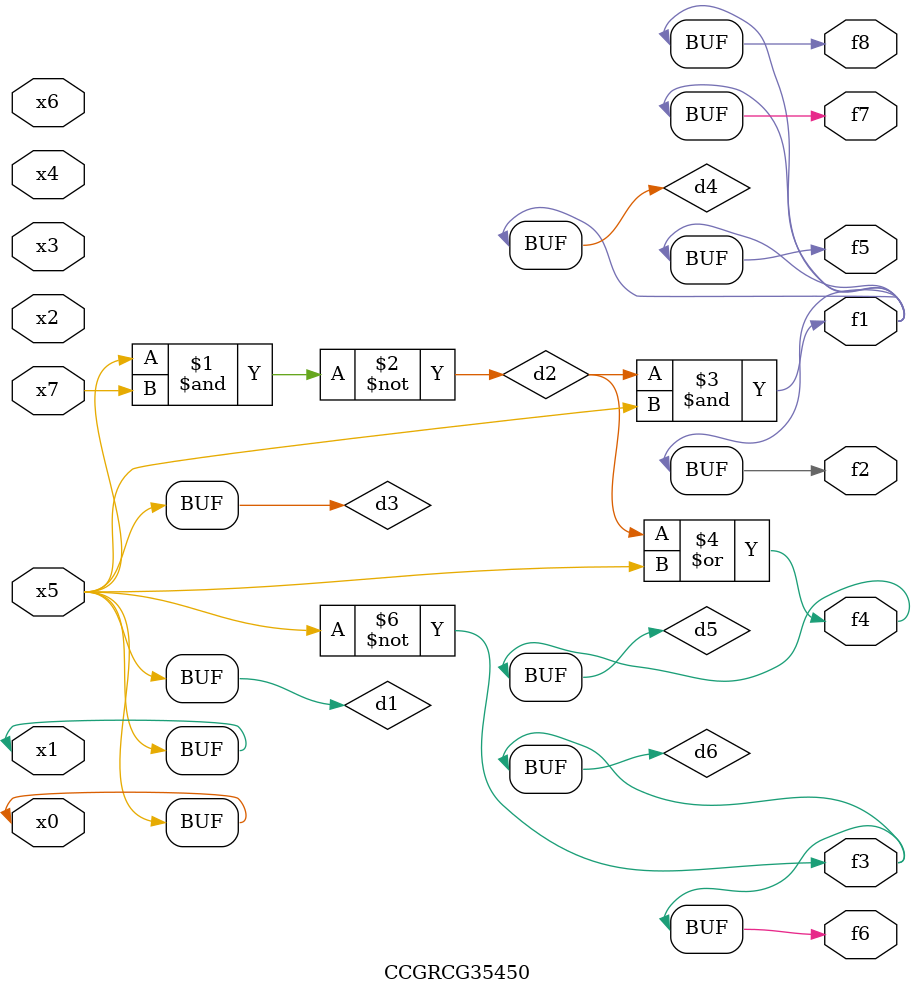
<source format=v>
module CCGRCG35450(
	input x0, x1, x2, x3, x4, x5, x6, x7,
	output f1, f2, f3, f4, f5, f6, f7, f8
);

	wire d1, d2, d3, d4, d5, d6;

	buf (d1, x0, x5);
	nand (d2, x5, x7);
	buf (d3, x0, x1);
	and (d4, d2, d3);
	or (d5, d2, d3);
	nor (d6, d1, d3);
	assign f1 = d4;
	assign f2 = d4;
	assign f3 = d6;
	assign f4 = d5;
	assign f5 = d4;
	assign f6 = d6;
	assign f7 = d4;
	assign f8 = d4;
endmodule

</source>
